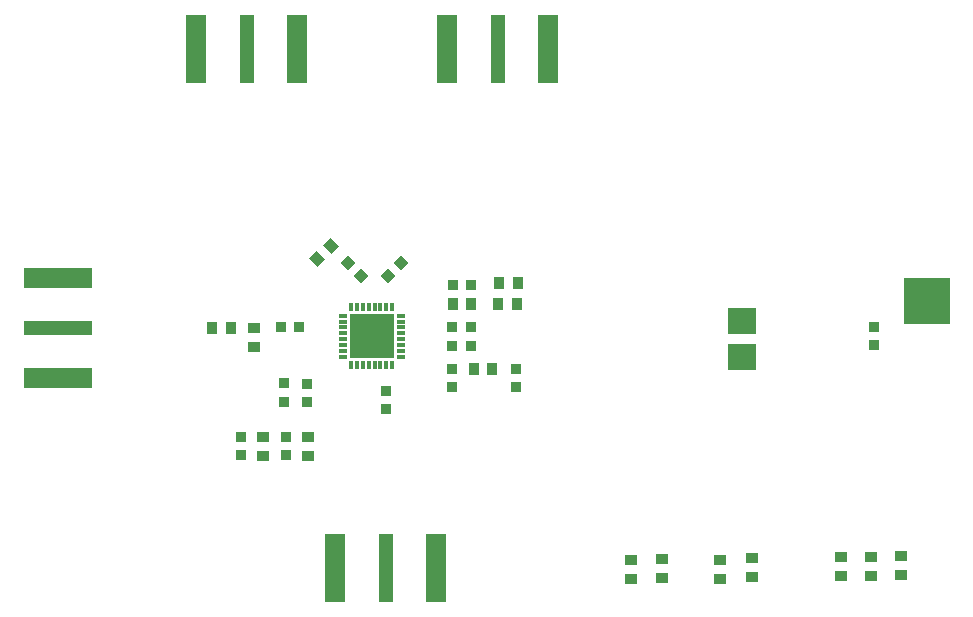
<source format=gtp>
G04*
G04 #@! TF.GenerationSoftware,Altium Limited,Altium Designer,21.1.1 (26)*
G04*
G04 Layer_Color=8421504*
%FSLAX43Y43*%
%MOMM*%
G71*
G04*
G04 #@! TF.SameCoordinates,37E81C00-8B6F-4B96-ABBB-DCCB29EF6B03*
G04*
G04*
G04 #@! TF.FilePolarity,Positive*
G04*
G01*
G75*
%ADD14R,1.020X0.940*%
%ADD15R,0.300X0.800*%
%ADD16R,0.800X0.300*%
%ADD17R,3.800X3.800*%
%ADD18R,1.702X5.842*%
%ADD19R,1.270X5.842*%
%ADD20R,0.930X0.870*%
G04:AMPARAMS|DCode=21|XSize=0.94mm|YSize=1.02mm|CornerRadius=0mm|HoleSize=0mm|Usage=FLASHONLY|Rotation=45.000|XOffset=0mm|YOffset=0mm|HoleType=Round|Shape=Rectangle|*
%AMROTATEDRECTD21*
4,1,4,0.028,-0.693,-0.693,0.028,-0.028,0.693,0.693,-0.028,0.028,-0.693,0.0*
%
%ADD21ROTATEDRECTD21*%

%ADD22R,0.940X1.020*%
%ADD23R,4.000X4.000*%
%ADD24R,0.870X0.930*%
%ADD25R,5.842X1.702*%
%ADD26R,5.842X1.270*%
%ADD27R,2.350X2.210*%
G04:AMPARAMS|DCode=28|XSize=0.87mm|YSize=0.93mm|CornerRadius=0mm|HoleSize=0mm|Usage=FLASHONLY|Rotation=315.000|XOffset=0mm|YOffset=0mm|HoleType=Round|Shape=Rectangle|*
%AMROTATEDRECTD28*
4,1,4,-0.636,-0.021,0.021,0.636,0.636,0.021,-0.021,-0.636,-0.636,-0.021,0.0*
%
%ADD28ROTATEDRECTD28*%

G04:AMPARAMS|DCode=29|XSize=0.87mm|YSize=0.93mm|CornerRadius=0mm|HoleSize=0mm|Usage=FLASHONLY|Rotation=45.000|XOffset=0mm|YOffset=0mm|HoleType=Round|Shape=Rectangle|*
%AMROTATEDRECTD29*
4,1,4,0.021,-0.636,-0.636,0.021,-0.021,0.636,0.636,-0.021,0.021,-0.636,0.0*
%
%ADD29ROTATEDRECTD29*%

G54D14*
X94050Y56410D02*
D03*
Y57990D02*
D03*
X91400Y56360D02*
D03*
Y57940D02*
D03*
X98946Y57945D02*
D03*
Y56365D02*
D03*
X101625Y58065D02*
D03*
Y56485D02*
D03*
X111775Y58165D02*
D03*
Y56585D02*
D03*
X109175D02*
D03*
Y58165D02*
D03*
X114300Y56685D02*
D03*
Y58265D02*
D03*
X59500Y77565D02*
D03*
Y75985D02*
D03*
X60218Y66748D02*
D03*
Y68328D02*
D03*
X64075Y68340D02*
D03*
Y66760D02*
D03*
G54D15*
X67700Y79325D02*
D03*
X68200D02*
D03*
X68700D02*
D03*
X69200D02*
D03*
X69700D02*
D03*
X70200D02*
D03*
X70700D02*
D03*
X71200D02*
D03*
Y74425D02*
D03*
X70700D02*
D03*
X70200D02*
D03*
X69700D02*
D03*
X69200D02*
D03*
X68700D02*
D03*
X68200D02*
D03*
X67700D02*
D03*
G54D16*
X71900Y78625D02*
D03*
Y78125D02*
D03*
Y77625D02*
D03*
Y77125D02*
D03*
Y76625D02*
D03*
Y76125D02*
D03*
Y75625D02*
D03*
Y75125D02*
D03*
X67000D02*
D03*
Y75625D02*
D03*
Y76125D02*
D03*
Y76625D02*
D03*
Y77125D02*
D03*
Y77625D02*
D03*
Y78125D02*
D03*
Y78625D02*
D03*
G54D17*
X69450Y76875D02*
D03*
G54D18*
X63125Y101201D02*
D03*
X54620Y101200D02*
D03*
X75870Y101175D02*
D03*
X84375Y101176D02*
D03*
X66395Y57274D02*
D03*
X74900Y57275D02*
D03*
G54D19*
X58875Y101200D02*
D03*
X80125Y101175D02*
D03*
X70646Y57275D02*
D03*
G54D20*
X64000Y71300D02*
D03*
Y72860D02*
D03*
X70700Y70720D02*
D03*
Y72280D02*
D03*
X62075Y72880D02*
D03*
Y71320D02*
D03*
X58411Y66791D02*
D03*
Y68351D02*
D03*
X62211Y66816D02*
D03*
Y68376D02*
D03*
X112000Y76115D02*
D03*
Y77675D02*
D03*
X76250Y72570D02*
D03*
Y74130D02*
D03*
X81650D02*
D03*
Y72570D02*
D03*
G54D21*
X64857Y83435D02*
D03*
X65974Y84552D02*
D03*
G54D22*
X80260Y81425D02*
D03*
X81840D02*
D03*
X81740Y79600D02*
D03*
X80160D02*
D03*
X78095Y74100D02*
D03*
X79675D02*
D03*
X77900Y79600D02*
D03*
X76320D02*
D03*
X55935Y77575D02*
D03*
X57515D02*
D03*
G54D23*
X116450Y79825D02*
D03*
G54D24*
X63305Y77625D02*
D03*
X61745D02*
D03*
X76292Y77673D02*
D03*
X77852D02*
D03*
X76272Y76073D02*
D03*
X77832D02*
D03*
X77885Y81240D02*
D03*
X76325D02*
D03*
G54D25*
X42875Y73321D02*
D03*
X42874Y81825D02*
D03*
G54D26*
X42875Y77575D02*
D03*
G54D27*
X100775Y78200D02*
D03*
Y75100D02*
D03*
G54D28*
X68577Y81998D02*
D03*
X67473Y83102D02*
D03*
G54D29*
X71927Y83077D02*
D03*
X70823Y81973D02*
D03*
M02*

</source>
